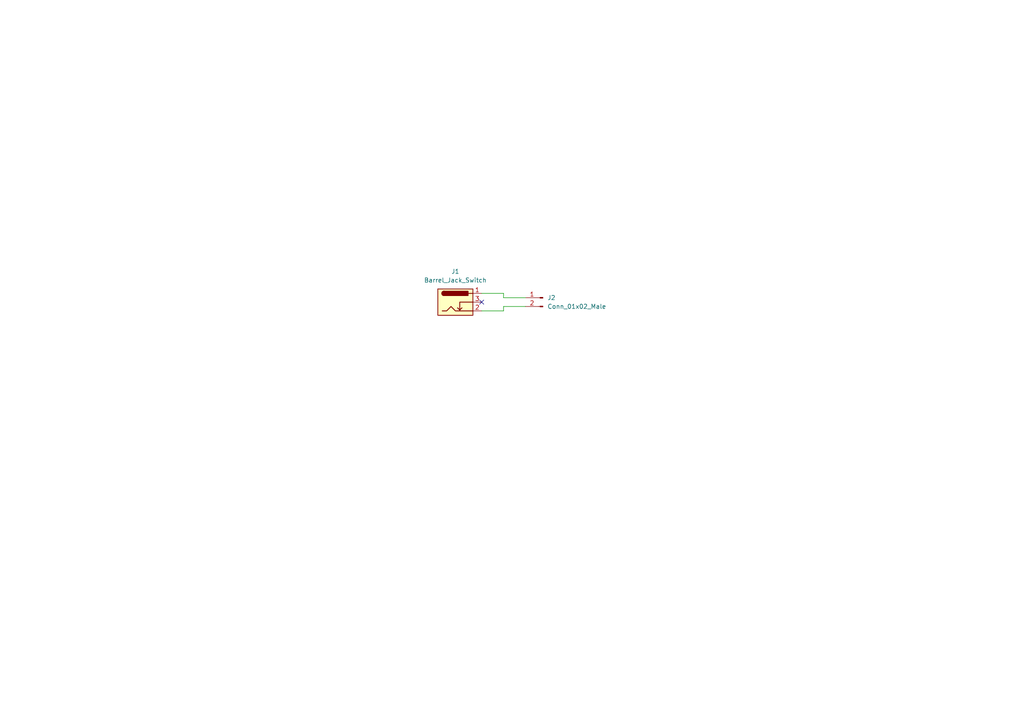
<source format=kicad_sch>
(kicad_sch (version 20211123) (generator eeschema)
  (paper "A4")
  (lib_symbols
    (symbol "Connector:Barrel_Jack_Switch" (pin_names hide)
      (property "Reference" "J" (at 0 5.334 0))
      (property "Value" "Barrel_Jack_Switch" (at 0 -5.08 0))
      (symbol "Barrel_Jack_Switch_0_1"
        (rectangle (start -5.08 3.81) (end 5.08 -3.81) (stroke (width 0.254)) (fill (type background)))
        (arc (start -3.302 3.175) (mid -3.937 2.54) (end -3.302 1.905) (stroke (width 0.254)))
        (arc (start -3.302 3.175) (mid -3.937 2.54) (end -3.302 1.905) (stroke (width 0.254)) (fill (type outline)))
        (polyline (pts (xy 1.27 -2.286) (xy 1.905 -1.651)) (stroke (width 0.254)))
        (polyline (pts (xy 5.08 2.54) (xy 3.81 2.54)) (stroke (width 0.254)))
        (polyline (pts (xy 5.08 0) (xy 1.27 0) (xy 1.27 -2.286) (xy 0.635 -1.651)) (stroke (width 0.254)))
        (polyline (pts (xy -3.81 -2.54) (xy -2.54 -2.54) (xy -1.27 -1.27) (xy 0 -2.54) (xy 2.54 -2.54) (xy 5.08 -2.54)) (stroke (width 0.254)))
        (rectangle (start 3.683 3.175) (end -3.302 1.905) (stroke (width 0.254)) (fill (type outline)))
      )
      (symbol "Barrel_Jack_Switch_1_1"
        (pin passive line (at 7.62 2.54 180) (length 2.54) (name "~") (number "1"))
        (pin passive line (at 7.62 -2.54 180) (length 2.54) (name "~") (number "2"))
        (pin passive line (at 7.62 0 180) (length 2.54) (name "~") (number "3"))
      )
    )
    (symbol "Connector:Conn_01x02_Male" (pin_names (offset 1.016) hide)
      (property "Reference" "J" (at 0 2.54 0))
      (property "Value" "Conn_01x02_Male" (at 0 -5.08 0))
      (symbol "Conn_01x02_Male_1_1"
        (polyline (pts (xy 1.27 -2.54) (xy 0.8636 -2.54)) (stroke (width 0.1524)))
        (polyline (pts (xy 1.27 0) (xy 0.8636 0)) (stroke (width 0.1524)))
        (rectangle (start 0.8636 -2.413) (end 0 -2.667) (stroke (width 0.1524)) (fill (type outline)))
        (rectangle (start 0.8636 0.127) (end 0 -0.127) (stroke (width 0.1524)) (fill (type outline)))
        (pin passive line (at 5.08 0 180) (length 3.81) (name "Pin_1") (number "1"))
        (pin passive line (at 5.08 -2.54 180) (length 3.81) (name "Pin_2") (number "2"))
      )
    )
  )
  (no_connect (at 139.7 87.63))
  (wire (pts (xy 146.05 85.09) (xy 146.05 86.36)))
  (wire (pts (xy 139.7 90.17) (xy 146.05 90.17)))
  (wire (pts (xy 146.05 86.36) (xy 152.4 86.36)))
  (wire (pts (xy 146.05 90.17) (xy 146.05 88.9)))
  (wire (pts (xy 139.7 85.09) (xy 146.05 85.09)))
  (wire (pts (xy 146.05 88.9) (xy 152.4 88.9)))
  (symbol (lib_id "Connector:Barrel_Jack_Switch") (at 132.08 87.63 0) (unit 1)
    (property "Reference" "J1" (at 132.08 78.74 0))
    (property "Value" "Barrel_Jack_Switch" (at 132.08 81.28 0))
    (property "Footprint" "Connector_Barreljack_panel.pretty:BarrelJack_panel_3p_5.5mmx2.1mm_2_pins" (effects hide))
  )
  (symbol (lib_id "Connector:Conn_01x02_Male") (at 157.48 86.36 0) (mirror y) (unit 1)
    (property "Reference" "J2" (at 158.75 86.3599 0) (effects (justify right)))
    (property "Value" "Conn_01x02_Male" (at 158.75 88.8999 0) (effects (justify right)))
    (property "Footprint" "TerminalBlock_4Ucon:TerminalBlock_4Ucon_1x02_P3.50mm_Horizontal" (effects hide))
  )
)
</source>
